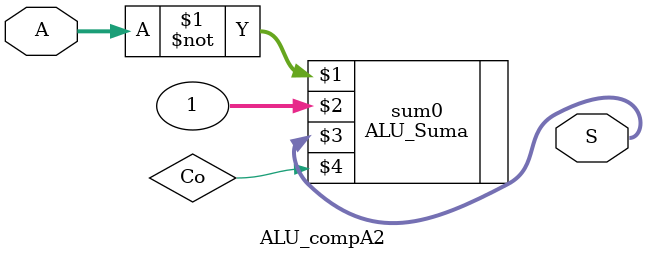
<source format=sv>
module  ALU_compA2 #(parameter P=32)(A,  S);
	input logic[P-1:0] A;
	output logic [P-1:0] S;
	
	wire Co;
	
	ALU_Suma #(P) sum0 (~A, 32'b0000000000000000000000000000001, S, Co);
endmodule 
</source>
